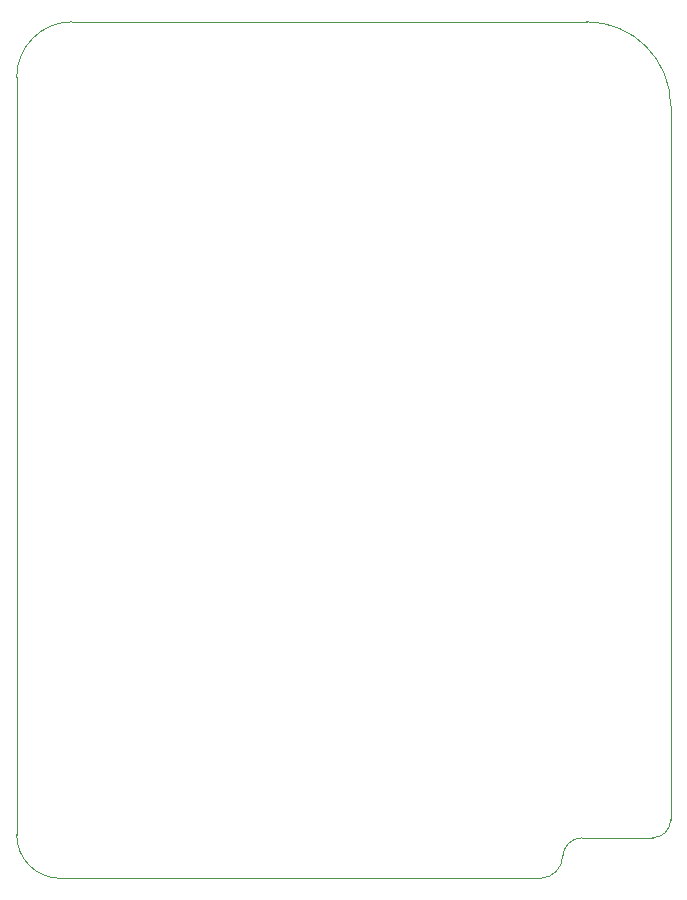
<source format=gbr>
G04 #@! TF.GenerationSoftware,KiCad,Pcbnew,(5.1.5)-3*
G04 #@! TF.CreationDate,2020-03-10T10:04:20+01:00*
G04 #@! TF.ProjectId,FPGA,46504741-2e6b-4696-9361-645f70636258,rev?*
G04 #@! TF.SameCoordinates,Original*
G04 #@! TF.FileFunction,Profile,NP*
%FSLAX46Y46*%
G04 Gerber Fmt 4.6, Leading zero omitted, Abs format (unit mm)*
G04 Created by KiCad (PCBNEW (5.1.5)-3) date 2020-03-10 10:04:20*
%MOMM*%
%LPD*%
G04 APERTURE LIST*
%ADD10C,0.050000*%
G04 APERTURE END LIST*
D10*
X95250000Y-36449000D02*
G75*
G02X99949000Y-31750000I4699000J0D01*
G01*
X98933000Y-104267000D02*
G75*
G02X95250000Y-100584000I0J3683000D01*
G01*
X150622000Y-99314000D02*
G75*
G02X149098000Y-100838000I-1524000J0D01*
G01*
X141478000Y-102489000D02*
G75*
G02X143129000Y-100838000I1651000J0D01*
G01*
X141478000Y-102362000D02*
G75*
G02X139573000Y-104267000I-1905000J0D01*
G01*
X143129000Y-100838000D02*
X149098000Y-100838000D01*
X143510000Y-31750000D02*
G75*
G02X150622000Y-38862000I0J-7112000D01*
G01*
X95250000Y-100584000D02*
X95250000Y-36449000D01*
X150622000Y-38862000D02*
X150622000Y-99314000D01*
X99949000Y-31750000D02*
X143510000Y-31750000D01*
X139573000Y-104267000D02*
X98933000Y-104267000D01*
M02*

</source>
